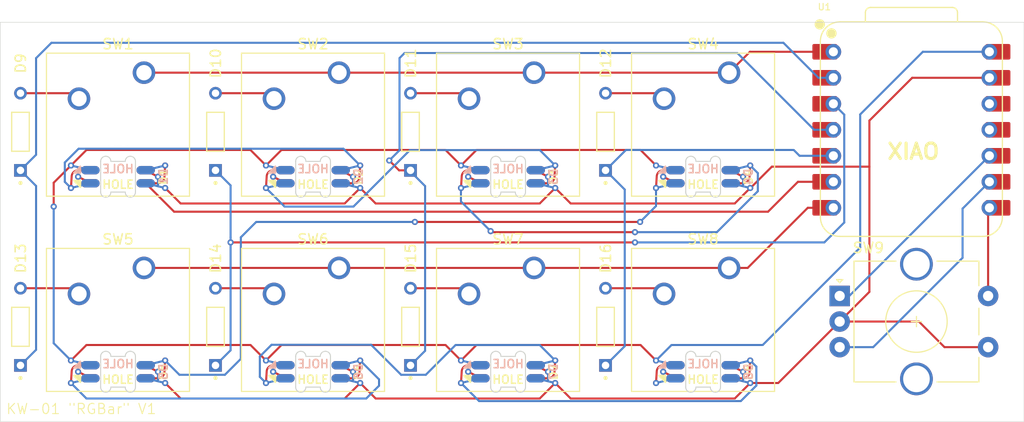
<source format=kicad_pcb>
(kicad_pcb (version 20240108) (generator "pcbnew") (generator_version "8.0")
  (layers (0 "F.Cu" signal) (31 "B.Cu" signal) (34 "B.Paste" user) (35 "F.Paste" user) (36 "B.SilkS" user "B.Silkscreen") (37 "F.SilkS" user "F.Silkscreen") (38 "B.Mask" user) (39 "F.Mask" user) (44 "Edge.Cuts" user))
  (net 0 "")
  (net 1 "10")
  (net 2 "GND")
  (net 3 "Net-(D1-DOUT)")
  (net 4 "+5V")
  (net 5 "Net-(D2-DOUT)")
  (net 6 "Net-(D3-DOUT)")
  (net 7 "Net-(D4-DOUT)")
  (net 8 "Net-(D5-DOUT)")
  (net 9 "Net-(D6-DOUT)")
  (net 10 "Net-(D7-DOUT)")
  (net 12 "4")
  (net 13 "Net-(D9-PadA)")
  (net 14 "5")
  (net 15 "Net-(D10-PadA)")
  (net 16 "Net-(D12-PadA)")
  (net 17 "6")
  (net 18 "Net-(D13-PadA)")
  (net 19 "Net-(D14-PadA)")
  (net 20 "1")
  (net 21 "2")
  (net 22 "3")
  (net 23 "8")
  (net 24 "7")
  (net 25 "9")
  (net 26 "+3V3")
  (net 28 "Net-(D11-PadA)")
  (net 29 "Net-(D15-PadA)")
  (net 30 "Net-(D16-PadA)")
  (footprint "SK6812 Rev:MX-1U-SK6812Mini-E" (layer "F.Cu") (at 168.65625 60.005)
    (property "Reference" "D4")
    (property "Value" "SK6812")
    (fp_line (start -1.7 3.58) (end -1.7 6.58) (stroke (width 0.1)) (layer "Edge.Cuts"))
    (fp_line (start -0.7 3.58) (end 0.7 3.58) (stroke (width 0.1)) (layer "Edge.Cuts"))
    (fp_line (start -0.7 6.58) (end 0.7 6.58) (stroke (width 0.1)) (layer "Edge.Cuts"))
    (fp_line (start 1.7 6.58) (end 1.7 3.58) (stroke (width 0.1)) (layer "Edge.Cuts"))
    (fp_arc (start -1.7 3.58) (mid -1.2 3.08) (end -0.7 3.58) (stroke (width 0.1)) (layer "Edge.Cuts"))
    (fp_arc (start -0.7 6.58) (mid -1.2 7.08) (end -1.7 6.58) (stroke (width 0.1)) (layer "Edge.Cuts"))
    (fp_arc (start 0.7 3.58) (mid 1.2 3.08) (end 1.7 3.58) (stroke (width 0.1)) (layer "Edge.Cuts"))
    (fp_arc (start 1.7 6.58) (mid 1.2 7.08) (end 0.7 6.58) (stroke (width 0.1)) (layer "Edge.Cuts"))
  )
  (footprint "SK6812 Rev:MX-1U-SK6812Mini-E" (layer "F.Cu") (at 130.55625 60.005)
    (property "Reference" "D2")
    (property "Value" "SK6812")
    (fp_line (start -1.7 3.58) (end -1.7 6.58) (stroke (width 0.1)) (layer "Edge.Cuts"))
    (fp_line (start -0.7 3.58) (end 0.7 3.58) (stroke (width 0.1)) (layer "Edge.Cuts"))
    (fp_line (start -0.7 6.58) (end 0.7 6.58) (stroke (width 0.1)) (layer "Edge.Cuts"))
    (fp_line (start 1.7 6.58) (end 1.7 3.58) (stroke (width 0.1)) (layer "Edge.Cuts"))
    (fp_arc (start -1.7 3.58) (mid -1.2 3.08) (end -0.7 3.58) (stroke (width 0.1)) (layer "Edge.Cuts"))
    (fp_arc (start -0.7 6.58) (mid -1.2 7.08) (end -1.7 6.58) (stroke (width 0.1)) (layer "Edge.Cuts"))
    (fp_arc (start 0.7 3.58) (mid 1.2 3.08) (end 1.7 3.58) (stroke (width 0.1)) (layer "Edge.Cuts"))
    (fp_arc (start 1.7 6.58) (mid 1.2 7.08) (end 0.7 6.58) (stroke (width 0.1)) (layer "Edge.Cuts"))
  )
  (footprint "1N4148:DIOAD753W49L380D172B" (layer "F.Cu") (at 121.025 60.694 90)
    (property "Reference" "D10")
    (property "Value" "1N4148")
  )
  (footprint "SK6812 Rev:MX-1U-SK6812Mini-E" (layer "F.Cu") (at 149.60625 79.055)
    (property "Reference" "D7")
    (property "Value" "SK6812")
    (fp_line (start -1.7 3.58) (end -1.7 6.58) (stroke (width 0.1)) (layer "Edge.Cuts"))
    (fp_line (start -0.7 3.58) (end 0.7 3.58) (stroke (width 0.1)) (layer "Edge.Cuts"))
    (fp_line (start -0.7 6.58) (end 0.7 6.58) (stroke (width 0.1)) (layer "Edge.Cuts"))
    (fp_line (start 1.7 6.58) (end 1.7 3.58) (stroke (width 0.1)) (layer "Edge.Cuts"))
    (fp_arc (start -1.7 3.58) (mid -1.2 3.08) (end -0.7 3.58) (stroke (width 0.1)) (layer "Edge.Cuts"))
    (fp_arc (start -0.7 6.58) (mid -1.2 7.08) (end -1.7 6.58) (stroke (width 0.1)) (layer "Edge.Cuts"))
    (fp_arc (start 0.7 3.58) (mid 1.2 3.08) (end 1.7 3.58) (stroke (width 0.1)) (layer "Edge.Cuts"))
    (fp_arc (start 1.7 6.58) (mid 1.2 7.08) (end 0.7 6.58) (stroke (width 0.1)) (layer "Edge.Cuts"))
  )
  (footprint "SK6812 Rev:MX-1U-SK6812Mini-E" (layer "F.Cu") (at 111.50625 79.055)
    (property "Reference" "D5")
    (property "Value" "SK6812")
    (fp_line (start -1.7 3.58) (end -1.7 6.58) (stroke (width 0.1)) (layer "Edge.Cuts"))
    (fp_line (start -0.7 3.58) (end 0.7 3.58) (stroke (width 0.1)) (layer "Edge.Cuts"))
    (fp_line (start -0.7 6.58) (end 0.7 6.58) (stroke (width 0.1)) (layer "Edge.Cuts"))
    (fp_line (start 1.7 6.58) (end 1.7 3.58) (stroke (width 0.1)) (layer "Edge.Cuts"))
    (fp_arc (start -1.7 3.58) (mid -1.2 3.08) (end -0.7 3.58) (stroke (width 0.1)) (layer "Edge.Cuts"))
    (fp_arc (start -0.7 6.58) (mid -1.2 7.08) (end -1.7 6.58) (stroke (width 0.1)) (layer "Edge.Cuts"))
    (fp_arc (start 0.7 3.58) (mid 1.2 3.08) (end 1.7 3.58) (stroke (width 0.1)) (layer "Edge.Cuts"))
    (fp_arc (start 1.7 6.58) (mid 1.2 7.08) (end 0.7 6.58) (stroke (width 0.1)) (layer "Edge.Cuts"))
  )
  (footprint "SK6812 Rev:MX-1U-SK6812Mini-E" (layer "F.Cu") (at 149.60625 60.005)
    (property "Reference" "D3")
    (property "Value" "SK6812")
    (fp_line (start -1.7 3.58) (end -1.7 6.58) (stroke (width 0.1)) (layer "Edge.Cuts"))
    (fp_line (start -0.7 3.58) (end 0.7 3.58) (stroke (width 0.1)) (layer "Edge.Cuts"))
    (fp_line (start -0.7 6.58) (end 0.7 6.58) (stroke (width 0.1)) (layer "Edge.Cuts"))
    (fp_line (start 1.7 6.58) (end 1.7 3.58) (stroke (width 0.1)) (layer "Edge.Cuts"))
    (fp_arc (start -1.7 3.58) (mid -1.2 3.08) (end -0.7 3.58) (stroke (width 0.1)) (layer "Edge.Cuts"))
    (fp_arc (start -0.7 6.58) (mid -1.2 7.08) (end -1.7 6.58) (stroke (width 0.1)) (layer "Edge.Cuts"))
    (fp_arc (start 0.7 3.58) (mid 1.2 3.08) (end 1.7 3.58) (stroke (width 0.1)) (layer "Edge.Cuts"))
    (fp_arc (start 1.7 6.58) (mid 1.2 7.08) (end 0.7 6.58) (stroke (width 0.1)) (layer "Edge.Cuts"))
  )
  (footprint "Button_Switch_Keyboard:SW_Cherry_MX_1.00u_PCB" (layer "F.Cu") (at 114.04 73.9925)
    (property "Reference" "SW5")
    (property "Value" "SW_Push")
  )
  (footprint "1N4148:DIOAD753W49L380D172B" (layer "F.Cu") (at 140.075 60.694 90)
    (property "Reference" "D11")
    (property "Value" "1N4148")
  )
  (footprint "Button_Switch_Keyboard:SW_Cherry_MX_1.00u_PCB" (layer "F.Cu") (at 133.09 54.92)
    (property "Reference" "SW2")
    (property "Value" "SW_Push")
  )
  (footprint "Button_Switch_Keyboard:SW_Cherry_MX_1.00u_PCB" (layer "F.Cu") (at 152.14 54.92)
    (property "Reference" "SW3")
    (property "Value" "SW_Push")
  )
  (footprint "1N4148:DIOAD753W49L380D172B" (layer "F.Cu") (at 121.025 79.744 90)
    (property "Reference" "D14")
    (property "Value" "1N4148")
  )
  (footprint "OPL:XIAO-RP2040-DIP" (layer "F.Cu") (at 189 60.5)
    (property "Reference" "U1")
    (property "Value" "XIAO-RP2040-DIP")
  )
  (footprint "Button_Switch_Keyboard:SW_Cherry_MX_1.00u_PCB" (layer "F.Cu") (at 171.19 54.92)
    (property "Reference" "SW4")
    (property "Value" "SW_Push")
  )
  (footprint "1N4148:DIOAD753W49L380D172B" (layer "F.Cu") (at 101.975 60.694 90)
    (property "Reference" "D9")
    (property "Value" "1N4148")
  )
  (footprint "Encoder:RotaryEncoder_Alps_EC11E-Switch_Vertical_H20mm_CircularMountingHoles" (layer "F.Cu") (at 181.995 76.7315)
    (property "Reference" "SW9")
    (property "Value" "RotaryEncoder")
  )
  (footprint "SK6812 Rev:MX-1U-SK6812Mini-E" (layer "F.Cu") (at 111.50625 60.005)
    (property "Reference" "D1")
    (property "Value" "SK6812")
    (fp_line (start -1.7 3.58) (end -1.7 6.58) (stroke (width 0.1)) (layer "Edge.Cuts"))
    (fp_line (start -0.7 3.58) (end 0.7 3.58) (stroke (width 0.1)) (layer "Edge.Cuts"))
    (fp_line (start -0.7 6.58) (end 0.7 6.58) (stroke (width 0.1)) (layer "Edge.Cuts"))
    (fp_line (start 1.7 6.58) (end 1.7 3.58) (stroke (width 0.1)) (layer "Edge.Cuts"))
    (fp_arc (start -1.7 3.58) (mid -1.2 3.08) (end -0.7 3.58) (stroke (width 0.1)) (layer "Edge.Cuts"))
    (fp_arc (start -0.7 6.58) (mid -1.2 7.08) (end -1.7 6.58) (stroke (width 0.1)) (layer "Edge.Cuts"))
    (fp_arc (start 0.7 3.58) (mid 1.2 3.08) (end 1.7 3.58) (stroke (width 0.1)) (layer "Edge.Cuts"))
    (fp_arc (start 1.7 6.58) (mid 1.2 7.08) (end 0.7 6.58) (stroke (width 0.1)) (layer "Edge.Cuts"))
  )
  (footprint "1N4148:DIOAD753W49L380D172B" (layer "F.Cu") (at 159.125 79.744 90)
    (property "Reference" "D16")
    (property "Value" "1N4148")
  )
  (footprint "Button_Switch_Keyboard:SW_Cherry_MX_1.00u_PCB" (layer "F.Cu") (at 114.04 54.92)
    (property "Reference" "SW1")
    (property "Value" "SW_Push")
  )
  (footprint "1N4148:DIOAD753W49L380D172B" (layer "F.Cu") (at 159.125 60.694 90)
    (property "Reference" "D12")
    (property "Value" "1N4148")
  )
  (footprint "1N4148:DIOAD753W49L380D172B" (layer "F.Cu") (at 101.975 79.744 90)
    (property "Reference" "D13")
    (property "Value" "1N4148")
  )
  (footprint "1N4148:DIOAD753W49L380D172B" (layer "F.Cu") (at 140.075 79.744 90)
    (property "Reference" "D15")
    (property "Value" "1N4148")
  )
  (footprint "Button_Switch_Keyboard:SW_Cherry_MX_1.00u_PCB" (layer "F.Cu") (at 171.19 73.9925)
    (property "Reference" "SW8")
    (property "Value" "SW_Push")
  )
  (footprint "Button_Switch_Keyboard:SW_Cherry_MX_1.00u_PCB" (layer "F.Cu") (at 133.09 73.9925)
    (property "Reference" "SW6")
    (property "Value" "SW_Push")
  )
  (footprint "SK6812 Rev:MX-1U-SK6812Mini-E" (layer "F.Cu") (at 130.55625 79.055)
    (property "Reference" "D6")
    (property "Value" "SK6812")
    (fp_line (start -1.7 3.58) (end -1.7 6.58) (stroke (width 0.1)) (layer "Edge.Cuts"))
    (fp_line (start -0.7 3.58) (end 0.7 3.58) (stroke (width 0.1)) (layer "Edge.Cuts"))
    (fp_line (start -0.7 6.58) (end 0.7 6.58) (stroke (width 0.1)) (layer "Edge.Cuts"))
    (fp_line (start 1.7 6.58) (end 1.7 3.58) (stroke (width 0.1)) (layer "Edge.Cuts"))
    (fp_arc (start -1.7 3.58) (mid -1.2 3.08) (end -0.7 3.58) (stroke (width 0.1)) (layer "Edge.Cuts"))
    (fp_arc (start -0.7 6.58) (mid -1.2 7.08) (end -1.7 6.58) (stroke (width 0.1)) (layer "Edge.Cuts"))
    (fp_arc (start 0.7 3.58) (mid 1.2 3.08) (end 1.7 3.58) (stroke (width 0.1)) (layer "Edge.Cuts"))
    (fp_arc (start 1.7 6.58) (mid 1.2 7.08) (end 0.7 6.58) (stroke (width 0.1)) (layer "Edge.Cuts"))
  )
  (footprint "Button_Switch_Keyboard:SW_Cherry_MX_1.00u_PCB" (layer "F.Cu") (at 152.14 73.9925)
    (property "Reference" "SW7")
    (property "Value" "SW_Push")
  )
  (footprint "SK6812 Rev:MX-1U-SK6812Mini-E" (layer "F.Cu") (at 168.65625 79.055)
    (property "Reference" "D8")
    (property "Value" "SK6812")
    (fp_line (start -1.7 3.58) (end -1.7 6.58) (stroke (width 0.1)) (layer "Edge.Cuts"))
    (fp_line (start -0.7 3.58) (end 0.7 3.58) (stroke (width 0.1)) (layer "Edge.Cuts"))
    (fp_line (start -0.7 6.58) (end 0.7 6.58) (stroke (width 0.1)) (layer "Edge.Cuts"))
    (fp_line (start 1.7 6.58) (end 1.7 3.58) (stroke (width 0.1)) (layer "Edge.Cuts"))
    (fp_arc (start -1.7 3.58) (mid -1.2 3.08) (end -0.7 3.58) (stroke (width 0.1)) (layer "Edge.Cuts"))
    (fp_arc (start -0.7 6.58) (mid -1.2 7.08) (end -1.7 6.58) (stroke (width 0.1)) (layer "Edge.Cuts"))
    (fp_arc (start 0.7 3.58) (mid 1.2 3.08) (end 1.7 3.58) (stroke (width 0.1)) (layer "Edge.Cuts"))
    (fp_arc (start 1.7 6.58) (mid 1.2 7.08) (end 0.7 6.58) (stroke (width 0.1)) (layer "Edge.Cuts"))
  )
  (gr_rect (start 100 50) (end 200 89) (stroke (width 0.05)) (fill none) (layer "Edge.Cuts"))
  (gr_text "KW-01 {dblquote}RGBar{dblquote} V1\n" (at 100.52 88.35 0) (layer "F.SilkS") (effects (font (size 1 1) (thickness 0.1)) (justify left bottom)))
  (gr_text "XIAO\n" (at 186.5 63.5 0) (layer "F.SilkS") (effects (font (size 1.5 1.5) (thickness 0.3) (bold yes)) (justify left bottom)))
  (segment (start 114.20625 65.725) (end 116.98125 68.5) (width 0.2) (layer "F.Cu") (net 1))
  (segment (start 175 68.5) (end 177.92 65.58) (width 0.2) (layer "F.Cu") (net 1))
  (segment (start 177.92 65.58) (end 181.38 65.58) (width 0.2) (layer "F.Cu") (net 1))
  (segment (start 116.98125 68.5) (end 175 68.5) (width 0.2) (layer "F.Cu") (net 1))
  (segment (start 133.642457 86.748793) (end 135.15625 85.235) (width 0.2) (layer "F.Cu") (net 2))
  (segment (start 135.15625 85.235) (end 136.670043 86.748793) (width 0.2) (layer "F.Cu") (net 2))
  (segment (start 175.368625 64.102) (end 184.898 64.102) (width 0.2) (layer "F.Cu") (net 2))
  (segment (start 184.898 64.102) (end 184.898 59.602) (width 0.2) (layer "F.Cu") (net 2))
  (segment (start 136.670043 67.698793) (end 152.692457 67.698793) (width 0.2) (layer "F.Cu") (net 2))
  (segment (start 173.25625 66.185) (end 173.285625 66.185) (width 0.2) (layer "F.Cu") (net 2))
  (segment (start 181.995 79.2315) (end 184.898 76.3285) (width 0.2) (layer "F.Cu") (net 2))
  (segment (start 184.898 59.602) (end 189.08 55.42) (width 0.2) (layer "F.Cu") (net 2))
  (segment (start 171.742457 67.698793) (end 173.25625 66.185) (width 0.2) (layer "F.Cu") (net 2))
  (segment (start 171.742457 86.748793) (end 173.25625 85.235) (width 0.2) (layer "F.Cu") (net 2))
  (segment (start 155.720043 86.748793) (end 171.742457 86.748793) (width 0.2) (layer "F.Cu") (net 2))
  (segment (start 116.10625 85.235) (end 117.620043 86.748793) (width 0.2) (layer "F.Cu") (net 2))
  (segment (start 152.692457 86.748793) (end 154.20625 85.235) (width 0.2) (layer "F.Cu") (net 2))
  (segment (start 117.620043 86.748793) (end 133.642457 86.748793) (width 0.2) (layer "F.Cu") (net 2))
  (segment (start 189.7315 79.2315) (end 182.2635 79.2315) (width 0.2) (layer "F.Cu") (net 2))
  (segment (start 196.495 81.7315) (end 192.2315 81.7315) (width 0.2) (layer "F.Cu") (net 2))
  (segment (start 192.2315 81.7315) (end 189.7315 79.2315) (width 0.2) (layer "F.Cu") (net 2))
  (segment (start 154.20625 66.185) (end 155.720043 67.698793) (width 0.2) (layer "F.Cu") (net 2))
  (segment (start 173.25625 85.235) (end 175.9915 85.235) (width 0.2) (layer "F.Cu") (net 2))
  (segment (start 136.670043 86.748793) (end 152.692457 86.748793) (width 0.2) (layer "F.Cu") (net 2))
  (segment (start 133.642457 67.698793) (end 135.15625 66.185) (width 0.2) (layer "F.Cu") (net 2))
  (segment (start 189.08 55.42) (end 196.62 55.42) (width 0.2) (layer "F.Cu") (net 2))
  (segment (start 135.15625 66.185) (end 136.670043 67.698793) (width 0.2) (layer "F.Cu") (net 2))
  (segment (start 175.9915 85.235) (end 181.995 79.2315) (width 0.2) (layer "F.Cu") (net 2))
  (segment (start 117.620043 67.698793) (end 133.642457 67.698793) (width 0.2) (layer "F.Cu") (net 2))
  (segment (start 173.285625 66.185) (end 175.368625 64.102) (width 0.2) (layer "F.Cu") (net 2))
  (segment (start 152.692457 67.698793) (end 154.20625 66.185) (width 0.2) (layer "F.Cu") (net 2))
  (segment (start 154.20625 85.235) (end 155.720043 86.748793) (width 0.2) (layer "F.Cu") (net 2))
  (segment (start 184.898 76.3285) (end 184.898 64.102) (width 0.2) (layer "F.Cu") (net 2))
  (segment (start 116.10625 66.185) (end 117.620043 67.698793) (width 0.2) (layer "F.Cu") (net 2))
  (segment (start 155.720043 67.698793) (end 171.742457 67.698793) (width 0.2) (layer "F.Cu") (net 2))
  (segment (start 106.90625 66.185) (end 106.30625 65.585) (width 0.2) (layer "B.Cu") (net 3))
  (segment (start 133.52125 62.35) (end 135.15625 63.985) (width 0.2) (layer "B.Cu") (net 3))
  (segment (start 106.30625 65.585) (end 106.30625 63.69375) (width 0.2) (layer "B.Cu") (net 3))
  (segment (start 107.65 62.35) (end 133.52125 62.35) (width 0.2) (layer "B.Cu") (net 3))
  (segment (start 106.30625 63.69375) (end 107.65 62.35) (width 0.2) (layer "B.Cu") (net 3))
  (segment (start 162.542457 81.521207) (end 164.05625 83.035) (width 0.2) (layer "F.Cu") (net 4))
  (segment (start 105.22 65.67125) (end 106.90625 63.985) (width 0.2) (layer "F.Cu") (net 4))
  (segment (start 125.95625 63.985) (end 127.470043 62.471207) (width 0.2) (layer "F.Cu") (net 4))
  (segment (start 106.90625 63.985) (end 108.420043 62.471207) (width 0.2) (layer "F.Cu") (net 4))
  (segment (start 145.00625 63.985) (end 146.520043 62.471207) (width 0.2) (layer "F.Cu") (net 4))
  (segment (start 124.442457 62.471207) (end 125.95625 63.985) (width 0.2) (layer "F.Cu") (net 4))
  (segment (start 145.00625 83.035) (end 146.520043 81.521207) (width 0.2) (layer "F.Cu") (net 4))
  (segment (start 162.542457 62.471207) (end 164.05625 63.985) (width 0.2) (layer "F.Cu") (net 4))
  (segment (start 108.420043 62.471207) (end 124.442457 62.471207) (width 0.2) (layer "F.Cu") (net 4))
  (segment (start 146.520043 62.471207) (end 162.542457 62.471207) (width 0.2) (layer "F.Cu") (net 4))
  (segment (start 127.470043 62.471207) (end 143.492457 62.471207) (width 0.2) (layer "F.Cu") (net 4))
  (segment (start 125.95625 83.035) (end 127.470043 81.521207) (width 0.2) (layer "F.Cu") (net 4))
  (segment (start 124.442457 81.521207) (end 125.95625 83.035) (width 0.2) (layer "F.Cu") (net 4))
  (segment (start 143.492457 62.471207) (end 145.00625 63.985) (width 0.2) (layer "F.Cu") (net 4))
  (segment (start 143.492457 81.521207) (end 145.00625 83.035) (width 0.2) (layer "F.Cu") (net 4))
  (segment (start 105.22 68) (end 105.22 65.67125) (width 0.2) (layer "F.Cu") (net 4))
  (segment (start 106.90625 83.035) (end 108.420043 81.521207) (width 0.2) (layer "F.Cu") (net 4))
  (segment (start 108.420043 81.521207) (end 124.442457 81.521207) (width 0.2) (layer "F.Cu") (net 4))
  (segment (start 127.470043 81.521207) (end 143.492457 81.521207) (width 0.2) (layer "F.Cu") (net 4))
  (segment (start 146.520043 81.521207) (end 162.542457 81.521207) (width 0.2) (layer "F.Cu") (net 4))
  (via (at 105.22 68) (size 0.6) (drill 0.3) (layers "F.Cu" "B.Cu") (net 4))
  (segment (start 174.478793 81.521207) (end 172 81.521207) (width 0.2) (layer "B.Cu") (net 4))
  (segment (start 172 81.521207) (end 165.570043 81.521207) (width 0.2) (layer "B.Cu") (net 4))
  (segment (start 105.22 81.34875) (end 106.90625 83.035) (width 0.2) (layer "B.Cu") (net 4))
  (segment (start 165.570043 81.521207) (end 164.05625 83.035) (width 0.2) (layer "B.Cu") (net 4))
  (segment (start 196.62 52.88) (end 190.12 52.88) (width 0.2) (layer "B.Cu") (net 4))
  (segment (start 190.12 52.88) (end 184 59) (width 0.2) (layer "B.Cu") (net 4))
  (segment (start 184 72) (end 174.478793 81.521207) (width 0.2) (layer "B.Cu") (net 4))
  (segment (start 105.22 68) (end 105.22 81.34875) (width 0.2) (layer "B.Cu") (net 4))
  (segment (start 184 59) (end 184 72) (width 0.2) (layer "B.Cu") (net 4))
  (segment (start 140.017885 62.482115) (end 134.5 68) (width 0.2) (layer "B.Cu") (net 5))
  (segment (start 134.5 68) (end 127.77125 68) (width 0.2) (layer "B.Cu") (net 5))
  (segment (start 152.703365 62.482115) (end 140.017885 62.482115) (width 0.2) (layer "B.Cu") (net 5))
  (segment (start 154.20625 63.985) (end 152.703365 62.482115) (width 0.2) (layer "B.Cu") (net 5))
  (segment (start 127.77125 68) (end 125.95625 66.185) (width 0.2) (layer "B.Cu") (net 5))
  (segment (start 147.9 70.4) (end 148 70.5) (width 0.2) (layer "F.Cu") (net 6))
  (segment (start 148 70.5) (end 162 70.5) (width 0.2) (layer "F.Cu") (net 6))
  (via (at 162 70.5) (size 0.6) (drill 0.3) (layers "F.Cu" "B.Cu") (net 6))
  (via (at 147.9 70.4) (size 0.6) (drill 0.3) (layers "F.Cu" "B.Cu") (net 6))
  (segment (start 170 70.5) (end 162 70.5) (width 0.2) (layer "B.Cu") (net 6))
  (segment (start 145 67.5) (end 145 66.19125) (width 0.2) (layer "B.Cu") (net 6))
  (segment (start 173.25625 63.985) (end 174 64.72875) (width 0.2) (layer "B.Cu") (net 6))
  (segment (start 145 66.19125) (end 145.00625 66.185) (width 0.2) (layer "B.Cu") (net 6))
  (segment (start 174 66.5) (end 170 70.5) (width 0.2) (layer "B.Cu") (net 6))
  (segment (start 147.9 70.4) (end 145 67.5) (width 0.2) (layer "B.Cu") (net 6))
  (segment (start 174 64.72875) (end 174 66.5) (width 0.2) (layer "B.Cu") (net 6))
  (segment (start 162.5 69.5) (end 140.5 69.5) (width 0.2) (layer "F.Cu") (net 7))
  (via (at 140.5 69.5) (size 0.6) (drill 0.3) (layers "F.Cu" "B.Cu") (net 7))
  (via (at 162.5 69.5) (size 0.6) (drill 0.3) (layers "F.Cu" "B.Cu") (net 7))
  (segment (start 164.05625 67.94375) (end 164.05625 66.185) (width 0.2) (layer "B.Cu") (net 7))
  (segment (start 117.50275 84.4315) (end 121.944 84.4315) (width 0.2) (layer "B.Cu") (net 7))
  (segment (start 123.5 71) (end 125 69.5) (width 0.2) (layer "B.Cu") (net 7))
  (segment (start 125 69.5) (end 140.5 69.5) (width 0.2) (layer "B.Cu") (net 7))
  (segment (start 162.5 69.5) (end 164.05625 67.94375) (width 0.2) (layer "B.Cu") (net 7))
  (segment (start 121.944 84.4315) (end 123.5 82.8755) (width 0.2) (layer "B.Cu") (net 7))
  (segment (start 123.5 82.8755) (end 123.5 71) (width 0.2) (layer "B.Cu") (net 7))
  (segment (start 116.10625 83.035) (end 117.50275 84.4315) (width 0.2) (layer "B.Cu") (net 7))
  (segment (start 137 84.87875) (end 135.15625 83.035) (width 0.2) (layer "B.Cu") (net 8))
  (segment (start 135.751207 86.748793) (end 137 85.5) (width 0.2) (layer "B.Cu") (net 8))
  (segment (start 108.420043 86.748793) (end 135.751207 86.748793) (width 0.2) (layer "B.Cu") (net 8))
  (segment (start 106.90625 85.235) (end 108.420043 86.748793) (width 0.2) (layer "B.Cu") (net 8))
  (segment (start 137 85.5) (end 137 84.87875) (width 0.2) (layer "B.Cu") (net 8))
  (segment (start 126.5 81.5) (end 136.2245 81.5) (width 0.2) (layer "B.Cu") (net 9))
  (segment (start 125.35625 84.635) (end 125.35625 82.64375) (width 0.2) (layer "B.Cu") (net 9))
  (segment (start 125.35625 82.64375) (end 126.5 81.5) (width 0.2) (layer "B.Cu") (net 9))
  (segment (start 136.2245 81.5) (end 139.156 84.4315) (width 0.2) (layer "B.Cu") (net 9))
  (segment (start 139.156 84.4315) (end 141.5685 84.4315) (width 0.2) (layer "B.Cu") (net 9))
  (segment (start 144.478793 81.521207) (end 152.692457 81.521207) (width 0.2) (layer "B.Cu") (net 9))
  (segment (start 141.5685 84.4315) (end 144.478793 81.521207) (width 0.2) (layer "B.Cu") (net 9))
  (segment (start 125.95625 85.235) (end 125.35625 84.635) (width 0.2) (layer "B.Cu") (net 9))
  (segment (start 152.692457 81.521207) (end 154.20625 83.035) (width 0.2) (layer "B.Cu") (net 9))
  (segment (start 173.25625 83.035) (end 173.85625 83.635) (width 0.2) (layer "B.Cu") (net 10))
  (segment (start 173.85625 85.483529) (end 172.339779 87) (width 0.2) (layer "B.Cu") (net 10))
  (segment (start 172.339779 87) (end 146.77125 87) (width 0.2) (layer "B.Cu") (net 10))
  (segment (start 146.77125 87) (end 145.00625 85.235) (width 0.2) (layer "B.Cu") (net 10))
  (segment (start 173.85625 83.635) (end 173.85625 85.483529) (width 0.2) (layer "B.Cu") (net 10))
  (segment (start 162 71.5) (end 122.5 71.5) (width 0.2) (layer "F.Cu") (net 12))
  (via (at 162 71.5) (size 0.6) (drill 0.3) (layers "F.Cu" "B.Cu") (net 12))
  (via (at 122.5 71.5) (size 0.6) (drill 0.3) (layers "F.Cu" "B.Cu") (net 12))
  (segment (start 122.5 65.9375) (end 122.5 71) (width 0.2) (layer "B.Cu") (net 12))
  (segment (start 122.5 82.0375) (end 121.025 83.5125) (width 0.2) (layer "B.Cu") (net 12))
  (segment (start 180.5 71.5) (end 162 71.5) (width 0.2) (layer "B.Cu") (net 12))
  (segment (start 182.442 59.022) (end 182.442 69.558) (width 0.2) (layer "B.Cu") (net 12))
  (segment (start 182.442 69.558) (end 180.5 71.5) (width 0.2) (layer "B.Cu") (net 12))
  (segment (start 181.38 57.96) (end 182.442 59.022) (width 0.2) (layer "B.Cu") (net 12))
  (segment (start 122.5 71) (end 122.5 82.0375) (width 0.2) (layer "B.Cu") (net 12))
  (segment (start 121.025 64.4625) (end 122.5 65.9375) (width 0.2) (layer "B.Cu") (net 12))
  (segment (start 107.1555 56.9255) (end 107.69 57.46) (width 0.2) (layer "F.Cu") (net 13))
  (segment (start 101.975 56.9255) (end 107.1555 56.9255) (width 0.2) (layer "F.Cu") (net 13))
  (segment (start 138.9625 64.4625) (end 140.075 64.4625) (width 0.2) (layer "F.Cu") (net 14))
  (segment (start 138 63.5) (end 138.9625 64.4625) (width 0.2) (layer "F.Cu") (net 14))
  (via (at 138 63.5) (size 0.6) (drill 0.3) (layers "F.Cu" "B.Cu") (net 14))
  (segment (start 139 62.5) (end 138 63.5) (width 0.2) (layer "B.Cu") (net 14))
  (segment (start 179.5 60.5) (end 172 53) (width 0.2) (layer "B.Cu") (net 14))
  (segment (start 181.38 60.5) (end 179.5 60.5) (width 0.2) (layer "B.Cu") (net 14))
  (segment (start 140.075 64.4625) (end 140.075 64.575) (width 0.2) (layer "B.Cu") (net 14))
  (segment (start 172 53) (end 139.5 53) (width 0.2) (layer "B.Cu") (net 14))
  (segment (start 139 53.5) (end 139 62.5) (width 0.2) (layer "B.Cu") (net 14))
  (segment (start 141.5 82.0875) (end 140.075 83.5125) (width 0.2) (layer "B.Cu") (net 14))
  (segment (start 140.075 64.575) (end 141.5 66) (width 0.2) (layer "B.Cu") (net 14))
  (segment (start 141.5 66) (end 141.5 82.0875) (width 0.2) (layer "B.Cu") (net 14))
  (segment (start 139.5 53) (end 139 53.5) (width 0.2) (layer "B.Cu") (net 14))
  (segment (start 126.2055 56.9255) (end 126.74 57.46) (width 0.2) (layer "F.Cu") (net 15))
  (segment (start 121.025 56.9255) (end 126.2055 56.9255) (width 0.2) (layer "F.Cu") (net 15))
  (segment (start 164.3055 56.9255) (end 164.84 57.46) (width 0.2) (layer "F.Cu") (net 16))
  (segment (start 159.125 56.9255) (end 164.3055 56.9255) (width 0.2) (layer "F.Cu") (net 16))
  (segment (start 177.507302 62.471207) (end 161.116293 62.471207) (width 0.2) (layer "B.Cu") (net 17))
  (segment (start 159.125 64.4625) (end 161 66.3375) (width 0.2) (layer "B.Cu") (net 17))
  (segment (start 161 66.3375) (end 161 81.6375) (width 0.2) (layer "B.Cu") (net 17))
  (segment (start 161 81.6375) (end 159.125 83.5125) (width 0.2) (layer "B.Cu") (net 17))
  (segment (start 161.116293 62.471207) (end 159.125 64.4625) (width 0.2) (layer "B.Cu") (net 17))
  (segment (start 181.38 63.04) (end 178.076095 63.04) (width 0.2) (layer "B.Cu") (net 17))
  (segment (start 178.076095 63.04) (end 177.507302 62.471207) (width 0.2) (layer "B.Cu") (net 17))
  (segment (start 107.133 75.9755) (end 107.69 76.5325) (width 0.2) (layer "F.Cu") (net 18))
  (segment (start 101.975 75.9755) (end 107.133 75.9755) (width 0.2) (layer "F.Cu") (net 18))
  (segment (start 126.183 75.9755) (end 126.74 76.5325) (width 0.2) (layer "F.Cu") (net 19))
  (segment (start 121.025 75.9755) (end 126.183 75.9755) (width 0.2) (layer "F.Cu") (net 19))
  (segment (start 133.09 54.92) (end 114.04 54.92) (width 0.2) (layer "F.Cu") (net 20))
  (segment (start 173.23 52.88) (end 181.38 52.88) (width 0.2) (layer "F.Cu") (net 20))
  (segment (start 152.14 54.92) (end 133.09 54.92) (width 0.2) (layer "F.Cu") (net 20))
  (segment (start 171.19 54.92) (end 152.14 54.92) (width 0.2) (layer "F.Cu") (net 20))
  (segment (start 171.19 54.92) (end 173.23 52.88) (width 0.2) (layer "F.Cu") (net 20))
  (segment (start 152.14 73.9925) (end 171.19 73.9925) (width 0.2) (layer "F.Cu") (net 21))
  (segment (start 133.09 73.9925) (end 152.14 73.9925) (width 0.2) (layer "F.Cu") (net 21))
  (segment (start 171.19 73.9925) (end 173.0075 73.9925) (width 0.2) (layer "F.Cu") (net 21))
  (segment (start 178.88 68.12) (end 181.38 68.12) (width 0.2) (layer "F.Cu") (net 21))
  (segment (start 114.04 73.9925) (end 133.09 73.9925) (width 0.2) (layer "F.Cu") (net 21))
  (segment (start 173.0075 73.9925) (end 178.88 68.12) (width 0.2) (layer "F.Cu") (net 21))
  (segment (start 179.58 55.42) (end 181.38 55.42) (width 0.2) (layer "F.Cu") (net 22))
  (segment (start 101.975 64.4625) (end 103.5 65.9875) (width 0.2) (layer "B.Cu") (net 22))
  (segment (start 103.5 53.5) (end 103.5 62.9375) (width 0.2) (layer "B.Cu") (net 22))
  (segment (start 176.5 52) (end 105 52) (width 0.2) (layer "B.Cu") (net 22))
  (segment (start 179.92 55.42) (end 176.5 52) (width 0.2) (layer "B.Cu") (net 22))
  (segment (start 105 52) (end 103.5 53.5) (width 0.2) (layer "B.Cu") (net 22))
  (segment (start 103.5 62.9375) (end 101.975 64.4625) (width 0.2) (layer "B.Cu") (net 22))
  (segment (start 103.5 81.9875) (end 101.975 83.5125) (width 0.2) (layer "B.Cu") (net 22))
  (segment (start 103.5 65.9875) (end 103.5 81.9875) (width 0.2) (layer "B.Cu") (net 22))
  (segment (start 181.38 55.42) (end 179.92 55.42) (width 0.2) (layer "B.Cu") (net 22))
  (segment (start 194 73) (end 194 68.2) (width 0.2) (layer "B.Cu") (net 23))
  (segment (start 181.995 81.7315) (end 185.2685 81.7315) (width 0.2) (layer "B.Cu") (net 23))
  (segment (start 185.2685 81.7315) (end 194 73) (width 0.2) (layer "B.Cu") (net 23))
  (segment (start 194 68.2) (end 196.62 65.58) (width 0.2) (layer "B.Cu") (net 23))
  (segment (start 196.495 76.7315) (end 196.495 68.245) (width 0.2) (layer "F.Cu") (net 24))
  (segment (start 196.495 68.245) (end 196.62 68.12) (width 0.2) (layer "F.Cu") (net 24))
  (segment (start 181.995 76.7315) (end 182.9285 76.7315) (width 0.2) (layer "B.Cu") (net 25))
  (segment (start 182.9285 76.7315) (end 196.62 63.04) (width 0.2) (layer "B.Cu") (net 25))
  (segment (start 145.2555 56.9255) (end 145.79 57.46) (width 0.2) (layer "F.Cu") (net 28))
  (segment (start 140.075 56.9255) (end 145.2555 56.9255) (width 0.2) (layer "F.Cu") (net 28))
  (segment (start 145.233 75.9755) (end 145.79 76.5325) (width 0.2) (layer "F.Cu") (net 29))
  (segment (start 140.075 75.9755) (end 145.233 75.9755) (width 0.2) (layer "F.Cu") (net 29))
  (segment (start 159.125 75.9755) (end 164.283 75.9755) (width 0.2) (layer "F.Cu") (net 30))
  (segment (start 164.283 75.9755) (end 164.84 76.5325) (width 0.2) (layer "F.Cu") (net 30))
)
</source>
